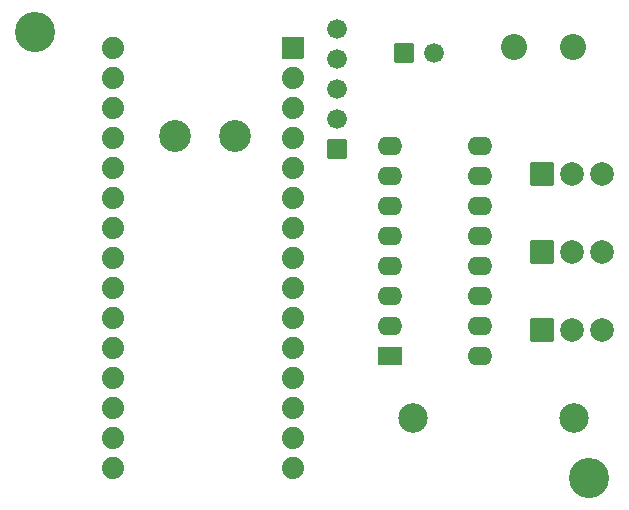
<source format=gts>
G04 Layer: TopSolderMaskLayer*
G04 EasyEDA v6.5.34, 2023-08-04 19:03:51*
G04 bd8073a519a84a03b3240daa2bee514a,ed70181f279245e6aff80281ee7dc86a,10*
G04 Gerber Generator version 0.2*
G04 Scale: 100 percent, Rotated: No, Reflected: No *
G04 Dimensions in millimeters *
G04 leading zeros omitted , absolute positions ,4 integer and 5 decimal *
%FSLAX45Y45*%
%MOMM*%

%AMMACRO1*1,1,$1,$2,$3*1,1,$1,$4,$5*1,1,$1,0-$2,0-$3*1,1,$1,0-$4,0-$5*20,1,$1,$2,$3,$4,$5,0*20,1,$1,$4,$5,0-$2,0-$3,0*20,1,$1,0-$2,0-$3,0-$4,0-$5,0*20,1,$1,0-$4,0-$5,$2,$3,0*4,1,4,$2,$3,$4,$5,0-$2,0-$3,0-$4,0-$5,$2,$3,0*%
%ADD10C,1.6764*%
%ADD11MACRO1,0.1016X0.7874X-0.7874X0.7874X0.7874*%
%ADD12C,2.7032*%
%ADD13C,1.8796*%
%ADD14MACRO1,0.1016X-0.889X0.889X-0.889X-0.889*%
%ADD15C,2.5016*%
%ADD16O,2.1015960000000002X1.6015970000000002*%
%ADD17MACRO1,0.1016X-1X-0.75X1X-0.75*%
%ADD18C,2.2032*%
%ADD19MACRO1,0.2032X0.9X0.9X-0.9X0.9*%
%ADD20C,2.0032*%
%ADD21C,3.4032*%

%LPD*%
D10*
G01*
X9980015Y4177995D03*
G01*
X9980015Y3923995D03*
G01*
X9980015Y3669995D03*
G01*
X9980015Y3415995D03*
D11*
G01*
X9980005Y3162002D03*
D12*
G01*
X8606002Y3269995D03*
G01*
X9114002Y3269995D03*
D13*
G01*
X8078012Y462000D03*
G01*
X8078012Y716000D03*
G01*
X8078012Y970000D03*
G01*
X8078012Y1224000D03*
G01*
X8078012Y1478000D03*
G01*
X8078012Y1732000D03*
G01*
X8078012Y1986000D03*
G01*
X8078012Y2240000D03*
G01*
X8078012Y2494000D03*
G01*
X8078012Y2748000D03*
G01*
X8078012Y3002000D03*
G01*
X8078012Y3256000D03*
G01*
X8078012Y3510000D03*
G01*
X8078012Y3764000D03*
G01*
X8078012Y4018000D03*
G01*
X9602012Y462000D03*
G01*
X9602012Y716000D03*
G01*
X9602012Y970000D03*
G01*
X9602012Y1224000D03*
G01*
X9602012Y1478000D03*
G01*
X9602012Y1732000D03*
G01*
X9602012Y1986000D03*
G01*
X9602012Y2240000D03*
G01*
X9602012Y2494000D03*
G01*
X9602012Y2748000D03*
G01*
X9602012Y3002000D03*
G01*
X9602012Y3256000D03*
G01*
X9602012Y3510000D03*
G01*
X9602012Y3764000D03*
D14*
G01*
X9602005Y4018000D03*
D15*
G01*
X10622940Y889000D03*
G01*
X11982958Y889000D03*
D11*
G01*
X10543006Y3980002D03*
D10*
G01*
X10797006Y3980002D03*
D16*
G01*
X11188700Y3187700D03*
G01*
X11188700Y2933700D03*
G01*
X11188700Y2679700D03*
G01*
X11188700Y2425700D03*
G01*
X11188700Y2171700D03*
G01*
X11188700Y1917700D03*
G01*
X11188700Y1663700D03*
G01*
X11188700Y1409700D03*
G01*
X10426700Y3187700D03*
G01*
X10426700Y2933700D03*
G01*
X10426700Y2679700D03*
G01*
X10426700Y2425700D03*
G01*
X10426700Y2171700D03*
G01*
X10426700Y1917700D03*
G01*
X10426700Y1663700D03*
D17*
G01*
X10426700Y1409700D03*
D18*
G01*
X11972543Y4025900D03*
G01*
X11471656Y4025900D03*
D19*
G01*
X11716006Y2950001D03*
D20*
G01*
X11970004Y2950006D03*
G01*
X12224004Y2950006D03*
D19*
G01*
X11716006Y2290000D03*
D20*
G01*
X11970004Y2289987D03*
G01*
X12224004Y2289987D03*
D19*
G01*
X11716006Y1630001D03*
D20*
G01*
X11970004Y1629994D03*
G01*
X12224004Y1629994D03*
D21*
G01*
X7420000Y4150004D03*
G01*
X12110008Y380009D03*
M02*

</source>
